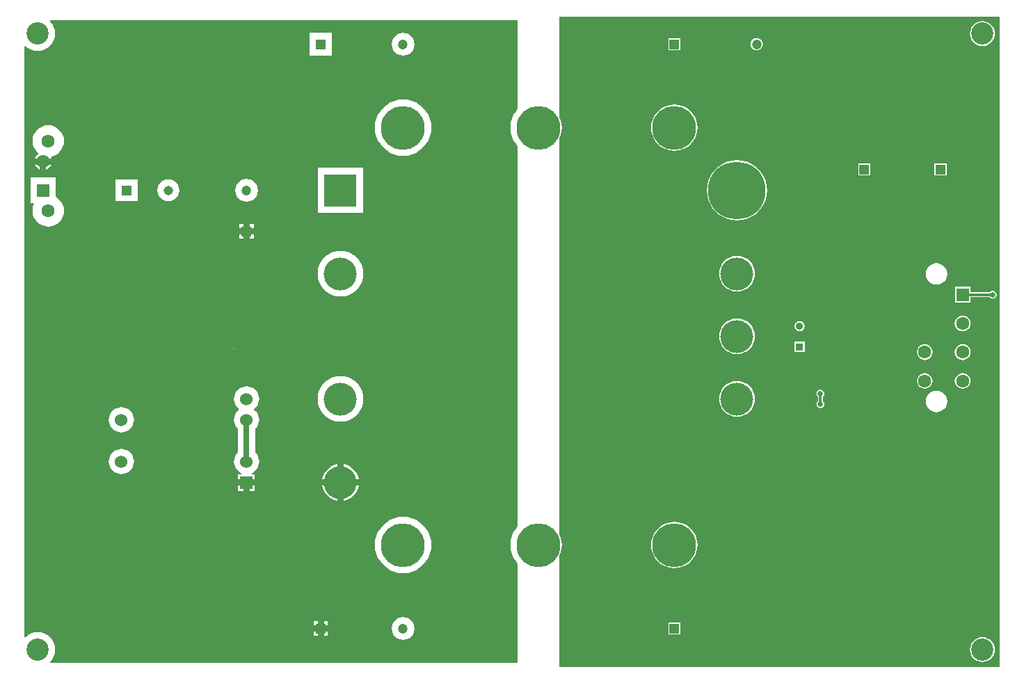
<source format=gbl>
G04 Layer_Physical_Order=2*
G04 Layer_Color=16711680*
%FSLAX25Y25*%
%MOIN*%
G70*
G01*
G75*
%ADD17C,0.01200*%
%ADD20C,0.06000*%
%ADD21R,0.04724X0.04724*%
%ADD22C,0.04724*%
%ADD23R,0.06000X0.06000*%
%ADD24C,0.04500*%
%ADD25R,0.04500X0.04500*%
%ADD26R,0.04724X0.04724*%
%ADD27R,0.03543X0.03543*%
%ADD28C,0.03543*%
%ADD29R,0.06299X0.06299*%
%ADD30C,0.06299*%
%ADD31C,0.10630*%
%ADD32C,0.21000*%
%ADD33C,0.27559*%
%ADD34C,0.15748*%
%ADD35R,0.15748X0.15748*%
%ADD36C,0.02500*%
%ADD37C,0.02362*%
%ADD38C,0.02500*%
G36*
X85000Y39078D02*
X84044Y37960D01*
X82934Y36148D01*
X82121Y34185D01*
X81625Y32118D01*
X81458Y30000D01*
X81625Y27882D01*
X82121Y25815D01*
X82934Y23852D01*
X84044Y22040D01*
X85000Y20922D01*
Y-160922D01*
X84044Y-162040D01*
X82934Y-163852D01*
X82121Y-165815D01*
X81625Y-167882D01*
X81458Y-170000D01*
X81625Y-172118D01*
X82121Y-174185D01*
X82934Y-176148D01*
X84044Y-177960D01*
X85000Y-179078D01*
Y-226470D01*
X-139026D01*
X-139171Y-225970D01*
X-138210Y-224799D01*
X-137438Y-223355D01*
X-136963Y-221788D01*
X-136802Y-220158D01*
X-136963Y-218528D01*
X-137438Y-216960D01*
X-138210Y-215516D01*
X-139250Y-214249D01*
X-140516Y-213210D01*
X-141960Y-212438D01*
X-143527Y-211963D01*
X-145158Y-211802D01*
X-146788Y-211963D01*
X-148355Y-212438D01*
X-149799Y-213210D01*
X-150970Y-214171D01*
X-151470Y-214026D01*
Y68987D01*
X-150970Y69132D01*
X-149799Y68171D01*
X-148355Y67399D01*
X-146788Y66923D01*
X-145158Y66763D01*
X-143527Y66923D01*
X-141960Y67399D01*
X-140516Y68171D01*
X-139250Y69210D01*
X-138210Y70476D01*
X-137438Y71921D01*
X-136963Y73488D01*
X-136802Y75118D01*
X-136963Y76748D01*
X-137438Y78316D01*
X-138210Y79760D01*
X-139203Y80970D01*
X-139112Y81411D01*
X-139091Y81470D01*
X85000D01*
Y39078D01*
D02*
G37*
G36*
X315810Y83329D02*
X315810Y-228369D01*
X105000Y-228369D01*
Y-174864D01*
X105589Y-173441D01*
X105997Y-171742D01*
X106134Y-170000D01*
X105997Y-168258D01*
X105589Y-166559D01*
X105000Y-165136D01*
Y25136D01*
X105589Y26559D01*
X105997Y28258D01*
X106134Y30000D01*
X105997Y31742D01*
X105589Y33441D01*
X105000Y34863D01*
Y83329D01*
X315810Y83329D01*
D02*
G37*
%LPC*%
G36*
X0Y-89092D02*
X-1706Y-89227D01*
X-3371Y-89626D01*
X-4952Y-90281D01*
X-6411Y-91176D01*
X-7713Y-92287D01*
X-8824Y-93589D01*
X-9719Y-95048D01*
X-10374Y-96629D01*
X-10773Y-98294D01*
X-10908Y-100000D01*
X-10773Y-101706D01*
X-10374Y-103371D01*
X-9719Y-104952D01*
X-8824Y-106411D01*
X-7713Y-107713D01*
X-6411Y-108825D01*
X-4952Y-109719D01*
X-3371Y-110374D01*
X-1706Y-110773D01*
X0Y-110908D01*
X1706Y-110773D01*
X3371Y-110374D01*
X4952Y-109719D01*
X6411Y-108825D01*
X7713Y-107713D01*
X8824Y-106411D01*
X9719Y-104952D01*
X10374Y-103371D01*
X10773Y-101706D01*
X10908Y-100000D01*
X10773Y-98294D01*
X10374Y-96629D01*
X9719Y-95048D01*
X8824Y-93589D01*
X7713Y-92287D01*
X6411Y-91176D01*
X4952Y-90281D01*
X3371Y-89626D01*
X1706Y-89227D01*
X0Y-89092D01*
D02*
G37*
G36*
X1500Y-131231D02*
Y-138500D01*
X8769D01*
X8746Y-138260D01*
X8238Y-136588D01*
X7414Y-135046D01*
X6305Y-133695D01*
X4954Y-132586D01*
X3412Y-131762D01*
X1740Y-131254D01*
X1500Y-131231D01*
D02*
G37*
G36*
X-105000Y-123971D02*
X-106176Y-124087D01*
X-107307Y-124430D01*
X-108350Y-124987D01*
X-109263Y-125737D01*
X-110013Y-126651D01*
X-110570Y-127693D01*
X-110913Y-128824D01*
X-111029Y-130000D01*
X-110913Y-131176D01*
X-110570Y-132307D01*
X-110013Y-133350D01*
X-109263Y-134263D01*
X-108350Y-135013D01*
X-107307Y-135570D01*
X-106176Y-135913D01*
X-105000Y-136029D01*
X-103824Y-135913D01*
X-102693Y-135570D01*
X-101651Y-135013D01*
X-100737Y-134263D01*
X-99987Y-133350D01*
X-99430Y-132307D01*
X-99087Y-131176D01*
X-98971Y-130000D01*
X-99087Y-128824D01*
X-99430Y-127693D01*
X-99987Y-126651D01*
X-100737Y-125737D01*
X-101651Y-124987D01*
X-102693Y-124430D01*
X-103824Y-124087D01*
X-105000Y-123971D01*
D02*
G37*
G36*
Y-103971D02*
X-106176Y-104087D01*
X-107307Y-104430D01*
X-108350Y-104987D01*
X-109263Y-105737D01*
X-110013Y-106650D01*
X-110570Y-107693D01*
X-110913Y-108824D01*
X-111029Y-110000D01*
X-110913Y-111176D01*
X-110570Y-112307D01*
X-110013Y-113349D01*
X-109263Y-114263D01*
X-108350Y-115013D01*
X-107307Y-115570D01*
X-106176Y-115913D01*
X-105000Y-116029D01*
X-103824Y-115913D01*
X-102693Y-115570D01*
X-101651Y-115013D01*
X-100737Y-114263D01*
X-99987Y-113349D01*
X-99430Y-112307D01*
X-99087Y-111176D01*
X-98971Y-110000D01*
X-99087Y-108824D01*
X-99430Y-107693D01*
X-99987Y-106650D01*
X-100737Y-105737D01*
X-101651Y-104987D01*
X-102693Y-104430D01*
X-103824Y-104087D01*
X-105000Y-103971D01*
D02*
G37*
G36*
X-54000Y-79000D02*
X-54204D01*
X-54122Y-79122D01*
X-54000Y-79204D01*
Y-79000D01*
D02*
G37*
G36*
X-50796D02*
X-51000D01*
Y-79204D01*
X-50878Y-79122D01*
X-50796Y-79000D01*
D02*
G37*
G36*
X-1500Y-131231D02*
X-1740Y-131254D01*
X-3412Y-131762D01*
X-4954Y-132586D01*
X-6305Y-133695D01*
X-7414Y-135046D01*
X-8238Y-136588D01*
X-8746Y-138260D01*
X-8769Y-138500D01*
X-1500D01*
Y-131231D01*
D02*
G37*
G36*
X-10870Y-206638D02*
X-12732D01*
Y-208500D01*
X-10870D01*
Y-206638D01*
D02*
G37*
G36*
X-6008D02*
X-7870D01*
Y-208500D01*
X-6008D01*
Y-206638D01*
D02*
G37*
G36*
Y-211500D02*
X-7870D01*
Y-213362D01*
X-6008D01*
Y-211500D01*
D02*
G37*
G36*
X30000Y-204591D02*
X28600Y-204776D01*
X27296Y-205316D01*
X26176Y-206176D01*
X25316Y-207296D01*
X24776Y-208600D01*
X24591Y-210000D01*
X24776Y-211400D01*
X25316Y-212704D01*
X26176Y-213824D01*
X27296Y-214684D01*
X28600Y-215224D01*
X30000Y-215408D01*
X31400Y-215224D01*
X32704Y-214684D01*
X33824Y-213824D01*
X34684Y-212704D01*
X35224Y-211400D01*
X35408Y-210000D01*
X35224Y-208600D01*
X34684Y-207296D01*
X33824Y-206176D01*
X32704Y-205316D01*
X31400Y-204776D01*
X30000Y-204591D01*
D02*
G37*
G36*
X-10870Y-211500D02*
X-12732D01*
Y-213362D01*
X-10870D01*
Y-211500D01*
D02*
G37*
G36*
X-46500Y-141500D02*
X-49000D01*
Y-144000D01*
X-46500D01*
Y-141500D01*
D02*
G37*
G36*
X-41000D02*
X-43500D01*
Y-144000D01*
X-41000D01*
Y-141500D01*
D02*
G37*
G36*
X-45000Y-93971D02*
X-46176Y-94087D01*
X-47307Y-94430D01*
X-48349Y-94987D01*
X-49263Y-95737D01*
X-50013Y-96650D01*
X-50570Y-97693D01*
X-50913Y-98824D01*
X-51029Y-100000D01*
X-50913Y-101176D01*
X-50570Y-102307D01*
X-50013Y-103349D01*
X-49263Y-104263D01*
X-48670Y-104750D01*
Y-105250D01*
X-49263Y-105737D01*
X-50013Y-106650D01*
X-50570Y-107693D01*
X-50913Y-108824D01*
X-51029Y-110000D01*
X-50913Y-111176D01*
X-50570Y-112307D01*
X-50013Y-113349D01*
X-49287Y-114234D01*
Y-125766D01*
X-50013Y-126651D01*
X-50570Y-127693D01*
X-50913Y-128824D01*
X-51029Y-130000D01*
X-50913Y-131176D01*
X-50570Y-132307D01*
X-50013Y-133350D01*
X-49263Y-134263D01*
X-48349Y-135013D01*
X-47438Y-135500D01*
X-47564Y-136000D01*
X-49000D01*
Y-138500D01*
X-45000D01*
X-41000D01*
Y-136000D01*
X-42436D01*
X-42562Y-135500D01*
X-41651Y-135013D01*
X-40737Y-134263D01*
X-39987Y-133350D01*
X-39430Y-132307D01*
X-39087Y-131176D01*
X-38971Y-130000D01*
X-39087Y-128824D01*
X-39430Y-127693D01*
X-39987Y-126651D01*
X-40713Y-125766D01*
Y-114234D01*
X-39987Y-113349D01*
X-39430Y-112307D01*
X-39087Y-111176D01*
X-38971Y-110000D01*
X-39087Y-108824D01*
X-39430Y-107693D01*
X-39987Y-106650D01*
X-40737Y-105737D01*
X-41330Y-105250D01*
Y-104750D01*
X-40737Y-104263D01*
X-39987Y-103349D01*
X-39430Y-102307D01*
X-39087Y-101176D01*
X-38971Y-100000D01*
X-39087Y-98824D01*
X-39430Y-97693D01*
X-39987Y-96650D01*
X-40737Y-95737D01*
X-41651Y-94987D01*
X-42693Y-94430D01*
X-43824Y-94087D01*
X-45000Y-93971D01*
D02*
G37*
G36*
X8769Y-141500D02*
X1500D01*
Y-148769D01*
X1740Y-148746D01*
X3412Y-148238D01*
X4954Y-147414D01*
X6305Y-146305D01*
X7414Y-144954D01*
X8238Y-143412D01*
X8746Y-141740D01*
X8769Y-141500D01*
D02*
G37*
G36*
X30000Y-156458D02*
X27882Y-156625D01*
X25815Y-157121D01*
X23852Y-157934D01*
X22040Y-159045D01*
X20425Y-160424D01*
X19045Y-162040D01*
X17934Y-163852D01*
X17121Y-165815D01*
X16625Y-167882D01*
X16458Y-170000D01*
X16625Y-172118D01*
X17121Y-174185D01*
X17934Y-176148D01*
X19045Y-177960D01*
X20425Y-179576D01*
X22040Y-180956D01*
X23852Y-182066D01*
X25815Y-182879D01*
X27882Y-183375D01*
X30000Y-183542D01*
X32118Y-183375D01*
X34185Y-182879D01*
X36148Y-182066D01*
X37960Y-180956D01*
X39575Y-179576D01*
X40955Y-177960D01*
X42066Y-176148D01*
X42879Y-174185D01*
X43375Y-172118D01*
X43542Y-170000D01*
X43375Y-167882D01*
X42879Y-165815D01*
X42066Y-163852D01*
X40955Y-162040D01*
X39575Y-160424D01*
X37960Y-159045D01*
X36148Y-157934D01*
X34185Y-157121D01*
X32118Y-156625D01*
X30000Y-156458D01*
D02*
G37*
G36*
X-1500Y-141500D02*
X-8769D01*
X-8746Y-141740D01*
X-8238Y-143412D01*
X-7414Y-144954D01*
X-6305Y-146305D01*
X-4954Y-147414D01*
X-3412Y-148238D01*
X-1740Y-148746D01*
X-1500Y-148769D01*
Y-141500D01*
D02*
G37*
G36*
X-138630Y12280D02*
X-141000D01*
Y9909D01*
X-140407Y10155D01*
X-139541Y10820D01*
X-138875Y11687D01*
X-138630Y12280D01*
D02*
G37*
G36*
X-144000D02*
X-146370D01*
X-146125Y11687D01*
X-145459Y10820D01*
X-144593Y10155D01*
X-144000Y9909D01*
Y12280D01*
D02*
G37*
G36*
X-45000Y5409D02*
X-46400Y5224D01*
X-47704Y4684D01*
X-48824Y3824D01*
X-49684Y2704D01*
X-50224Y1400D01*
X-50409Y0D01*
X-50224Y-1400D01*
X-49684Y-2704D01*
X-48824Y-3824D01*
X-47704Y-4684D01*
X-46400Y-5224D01*
X-45000Y-5409D01*
X-43600Y-5224D01*
X-42296Y-4684D01*
X-41176Y-3824D01*
X-40316Y-2704D01*
X-39776Y-1400D01*
X-39592Y0D01*
X-39776Y1400D01*
X-40316Y2704D01*
X-41176Y3824D01*
X-42296Y4684D01*
X-43600Y5224D01*
X-45000Y5409D01*
D02*
G37*
G36*
X-82500Y5295D02*
X-83871Y5115D01*
X-85148Y4586D01*
X-86244Y3744D01*
X-87086Y2648D01*
X-87615Y1371D01*
X-87795Y0D01*
X-87615Y-1371D01*
X-87086Y-2648D01*
X-86244Y-3744D01*
X-85148Y-4586D01*
X-83871Y-5115D01*
X-82500Y-5295D01*
X-81129Y-5115D01*
X-79852Y-4586D01*
X-78756Y-3744D01*
X-77914Y-2648D01*
X-77385Y-1371D01*
X-77205Y0D01*
X-77385Y1371D01*
X-77914Y2648D01*
X-78756Y3744D01*
X-79852Y4586D01*
X-81129Y5115D01*
X-82500Y5295D01*
D02*
G37*
G36*
X-97250Y5250D02*
X-107750D01*
Y-5250D01*
X-97250D01*
Y5250D01*
D02*
G37*
G36*
X-140020Y31186D02*
X-141495Y31041D01*
X-142914Y30610D01*
X-144222Y29911D01*
X-145368Y28971D01*
X-146309Y27824D01*
X-147008Y26517D01*
X-147438Y25098D01*
X-147584Y23622D01*
X-147438Y22146D01*
X-147008Y20727D01*
X-146309Y19420D01*
X-145368Y18273D01*
X-144818Y17822D01*
X-144853Y17204D01*
X-145459Y16739D01*
X-146125Y15872D01*
X-146370Y15280D01*
X-142500D01*
X-138630D01*
X-138794Y15676D01*
X-138560Y16187D01*
X-138508Y16214D01*
X-137125Y16634D01*
X-135817Y17333D01*
X-134671Y18273D01*
X-133730Y19420D01*
X-133031Y20727D01*
X-132601Y22146D01*
X-132456Y23622D01*
X-132601Y25098D01*
X-133031Y26517D01*
X-133730Y27824D01*
X-134671Y28971D01*
X-135817Y29911D01*
X-137125Y30610D01*
X-138544Y31041D01*
X-140020Y31186D01*
D02*
G37*
G36*
X-4008Y75362D02*
X-14732D01*
Y64638D01*
X-4008D01*
Y75362D01*
D02*
G37*
G36*
X30000Y43542D02*
X27882Y43375D01*
X25815Y42879D01*
X23852Y42066D01*
X22040Y40955D01*
X20425Y39575D01*
X19045Y37960D01*
X17934Y36148D01*
X17121Y34185D01*
X16625Y32118D01*
X16458Y30000D01*
X16625Y27882D01*
X17121Y25815D01*
X17934Y23852D01*
X19045Y22040D01*
X20425Y20425D01*
X22040Y19045D01*
X23852Y17934D01*
X25815Y17121D01*
X27882Y16625D01*
X30000Y16458D01*
X32118Y16625D01*
X34185Y17121D01*
X36148Y17934D01*
X37960Y19045D01*
X39575Y20425D01*
X40955Y22040D01*
X42066Y23852D01*
X42879Y25815D01*
X43375Y27882D01*
X43542Y30000D01*
X43375Y32118D01*
X42879Y34185D01*
X42066Y36148D01*
X40955Y37960D01*
X39575Y39575D01*
X37960Y40955D01*
X36148Y42066D01*
X34185Y42879D01*
X32118Y43375D01*
X30000Y43542D01*
D02*
G37*
G36*
Y75409D02*
X28600Y75224D01*
X27296Y74684D01*
X26176Y73824D01*
X25316Y72704D01*
X24776Y71400D01*
X24591Y70000D01*
X24776Y68600D01*
X25316Y67296D01*
X26176Y66176D01*
X27296Y65316D01*
X28600Y64776D01*
X30000Y64591D01*
X31400Y64776D01*
X32704Y65316D01*
X33824Y66176D01*
X34684Y67296D01*
X35224Y68600D01*
X35408Y70000D01*
X35224Y71400D01*
X34684Y72704D01*
X33824Y73824D01*
X32704Y74684D01*
X31400Y75224D01*
X30000Y75409D01*
D02*
G37*
G36*
X0Y-29092D02*
X-1706Y-29227D01*
X-3371Y-29626D01*
X-4952Y-30281D01*
X-6411Y-31176D01*
X-7713Y-32287D01*
X-8824Y-33589D01*
X-9719Y-35048D01*
X-10374Y-36629D01*
X-10773Y-38294D01*
X-10908Y-40000D01*
X-10773Y-41706D01*
X-10374Y-43371D01*
X-9719Y-44952D01*
X-8824Y-46411D01*
X-7713Y-47713D01*
X-6411Y-48825D01*
X-4952Y-49719D01*
X-3371Y-50374D01*
X-1706Y-50773D01*
X0Y-50908D01*
X1706Y-50773D01*
X3371Y-50374D01*
X4952Y-49719D01*
X6411Y-48825D01*
X7713Y-47713D01*
X8824Y-46411D01*
X9719Y-44952D01*
X10374Y-43371D01*
X10773Y-41706D01*
X10908Y-40000D01*
X10773Y-38294D01*
X10374Y-36629D01*
X9719Y-35048D01*
X8824Y-33589D01*
X7713Y-32287D01*
X6411Y-31176D01*
X4952Y-30281D01*
X3371Y-29626D01*
X1706Y-29227D01*
X0Y-29092D01*
D02*
G37*
G36*
X-54000Y-75796D02*
X-54122Y-75878D01*
X-54204Y-76000D01*
X-54000D01*
Y-75796D01*
D02*
G37*
G36*
X-51000D02*
Y-76000D01*
X-50796D01*
X-50878Y-75878D01*
X-51000Y-75796D01*
D02*
G37*
G36*
X-136350Y6150D02*
X-148650D01*
Y-6150D01*
X-147067D01*
X-146810Y-6578D01*
X-147008Y-6948D01*
X-147438Y-8367D01*
X-147584Y-9843D01*
X-147438Y-11318D01*
X-147008Y-12737D01*
X-146309Y-14045D01*
X-145368Y-15191D01*
X-144222Y-16132D01*
X-142914Y-16831D01*
X-141495Y-17261D01*
X-140020Y-17406D01*
X-138544Y-17261D01*
X-137125Y-16831D01*
X-135817Y-16132D01*
X-134671Y-15191D01*
X-133730Y-14045D01*
X-133031Y-12737D01*
X-132601Y-11318D01*
X-132456Y-9843D01*
X-132601Y-8367D01*
X-133031Y-6948D01*
X-133730Y-5640D01*
X-134671Y-4494D01*
X-135817Y-3553D01*
X-136350Y-3268D01*
Y6150D01*
D02*
G37*
G36*
X10874Y10874D02*
X-10874D01*
Y-10874D01*
X10874D01*
Y10874D01*
D02*
G37*
G36*
X-41638Y-16323D02*
X-43500D01*
Y-18185D01*
X-41638D01*
Y-16323D01*
D02*
G37*
G36*
X-46500Y-21185D02*
X-48362D01*
Y-23047D01*
X-46500D01*
Y-21185D01*
D02*
G37*
G36*
X-41638D02*
X-43500D01*
Y-23047D01*
X-41638D01*
Y-21185D01*
D02*
G37*
G36*
X-46500Y-16323D02*
X-48362D01*
Y-18185D01*
X-46500D01*
Y-16323D01*
D02*
G37*
G36*
X190000Y-91485D02*
X188339Y-91649D01*
X186741Y-92133D01*
X185269Y-92920D01*
X183979Y-93979D01*
X182920Y-95269D01*
X182133Y-96741D01*
X181649Y-98339D01*
X181485Y-100000D01*
X181649Y-101661D01*
X182133Y-103259D01*
X182920Y-104731D01*
X183979Y-106021D01*
X185269Y-107080D01*
X186741Y-107867D01*
X188339Y-108351D01*
X190000Y-108515D01*
X191661Y-108351D01*
X193259Y-107867D01*
X194731Y-107080D01*
X196021Y-106021D01*
X197080Y-104731D01*
X197867Y-103259D01*
X198351Y-101661D01*
X198515Y-100000D01*
X198351Y-98339D01*
X197867Y-96741D01*
X197080Y-95269D01*
X196021Y-93979D01*
X194731Y-92920D01*
X193259Y-92133D01*
X191661Y-91649D01*
X190000Y-91485D01*
D02*
G37*
G36*
X230000Y-95614D02*
X229278Y-95757D01*
X228666Y-96166D01*
X228257Y-96778D01*
X228114Y-97500D01*
X228257Y-98222D01*
X228666Y-98834D01*
X228777Y-98907D01*
Y-101093D01*
X228666Y-101166D01*
X228257Y-101778D01*
X228114Y-102500D01*
X228257Y-103222D01*
X228666Y-103834D01*
X229278Y-104243D01*
X230000Y-104386D01*
X230722Y-104243D01*
X231334Y-103834D01*
X231743Y-103222D01*
X231886Y-102500D01*
X231743Y-101778D01*
X231334Y-101166D01*
X231224Y-101093D01*
Y-98907D01*
X231334Y-98834D01*
X231743Y-98222D01*
X231886Y-97500D01*
X231743Y-96778D01*
X231334Y-96166D01*
X230722Y-95757D01*
X230000Y-95614D01*
D02*
G37*
G36*
X285591Y-96009D02*
X284252Y-96185D01*
X283005Y-96702D01*
X281933Y-97524D01*
X281112Y-98595D01*
X280595Y-99843D01*
X280419Y-101181D01*
X280595Y-102520D01*
X281112Y-103767D01*
X281933Y-104838D01*
X283005Y-105660D01*
X284252Y-106177D01*
X285591Y-106353D01*
X286929Y-106177D01*
X288176Y-105660D01*
X289248Y-104838D01*
X290070Y-103767D01*
X290586Y-102520D01*
X290762Y-101181D01*
X290586Y-99843D01*
X290070Y-98595D01*
X289248Y-97524D01*
X288176Y-96702D01*
X286929Y-96185D01*
X285591Y-96009D01*
D02*
G37*
G36*
X190000Y-61485D02*
X188339Y-61649D01*
X186741Y-62133D01*
X185269Y-62920D01*
X183979Y-63979D01*
X182920Y-65269D01*
X182133Y-66741D01*
X181649Y-68339D01*
X181485Y-70000D01*
X181649Y-71661D01*
X182133Y-73259D01*
X182920Y-74731D01*
X183979Y-76021D01*
X185269Y-77080D01*
X186741Y-77867D01*
X188339Y-78351D01*
X190000Y-78515D01*
X191661Y-78351D01*
X193259Y-77867D01*
X194731Y-77080D01*
X196021Y-76021D01*
X197080Y-74731D01*
X197867Y-73259D01*
X198351Y-71661D01*
X198515Y-70000D01*
X198351Y-68339D01*
X197867Y-66741D01*
X197080Y-65269D01*
X196021Y-63979D01*
X194731Y-62920D01*
X193259Y-62133D01*
X191661Y-61649D01*
X190000Y-61485D01*
D02*
G37*
G36*
X298110Y-73777D02*
X297131Y-73906D01*
X296219Y-74284D01*
X295436Y-74885D01*
X294835Y-75668D01*
X294457Y-76580D01*
X294328Y-77559D01*
X294457Y-78538D01*
X294835Y-79450D01*
X295436Y-80233D01*
X296219Y-80834D01*
X297131Y-81212D01*
X298110Y-81341D01*
X299089Y-81212D01*
X300001Y-80834D01*
X300784Y-80233D01*
X301385Y-79450D01*
X301763Y-78538D01*
X301892Y-77559D01*
X301763Y-76580D01*
X301385Y-75668D01*
X300784Y-74885D01*
X300001Y-74284D01*
X299089Y-73906D01*
X298110Y-73777D01*
D02*
G37*
G36*
X280000Y-87557D02*
X279021Y-87686D01*
X278109Y-88063D01*
X277326Y-88664D01*
X276725Y-89448D01*
X276347Y-90360D01*
X276218Y-91339D01*
X276347Y-92317D01*
X276725Y-93230D01*
X277326Y-94013D01*
X278109Y-94614D01*
X279021Y-94992D01*
X280000Y-95121D01*
X280979Y-94992D01*
X281891Y-94614D01*
X282674Y-94013D01*
X283275Y-93230D01*
X283653Y-92317D01*
X283782Y-91339D01*
X283653Y-90360D01*
X283275Y-89448D01*
X282674Y-88664D01*
X281891Y-88063D01*
X280979Y-87686D01*
X280000Y-87557D01*
D02*
G37*
G36*
X298110D02*
X297131Y-87686D01*
X296219Y-88063D01*
X295436Y-88664D01*
X294835Y-89448D01*
X294457Y-90360D01*
X294328Y-91339D01*
X294457Y-92317D01*
X294835Y-93230D01*
X295436Y-94013D01*
X296219Y-94614D01*
X297131Y-94992D01*
X298110Y-95121D01*
X299089Y-94992D01*
X300001Y-94614D01*
X300784Y-94013D01*
X301385Y-93230D01*
X301763Y-92317D01*
X301892Y-91339D01*
X301763Y-90360D01*
X301385Y-89448D01*
X300784Y-88664D01*
X300001Y-88063D01*
X299089Y-87686D01*
X298110Y-87557D01*
D02*
G37*
G36*
X280000Y-73777D02*
X279021Y-73906D01*
X278109Y-74284D01*
X277326Y-74885D01*
X276725Y-75668D01*
X276347Y-76580D01*
X276218Y-77559D01*
X276347Y-78538D01*
X276725Y-79450D01*
X277326Y-80233D01*
X278109Y-80834D01*
X279021Y-81212D01*
X280000Y-81341D01*
X280979Y-81212D01*
X281891Y-80834D01*
X282674Y-80233D01*
X283275Y-79450D01*
X283653Y-78538D01*
X283782Y-77559D01*
X283653Y-76580D01*
X283275Y-75668D01*
X282674Y-74885D01*
X281891Y-74284D01*
X280979Y-73906D01*
X280000Y-73777D01*
D02*
G37*
G36*
X162962Y-207038D02*
X157038D01*
Y-212962D01*
X162962D01*
Y-207038D01*
D02*
G37*
G36*
X307598Y-214214D02*
X306439Y-214328D01*
X305324Y-214666D01*
X304296Y-215216D01*
X303396Y-215955D01*
X302657Y-216855D01*
X302107Y-217883D01*
X301769Y-218998D01*
X301655Y-220158D01*
X301769Y-221317D01*
X302107Y-222432D01*
X302657Y-223460D01*
X303396Y-224360D01*
X304296Y-225099D01*
X305324Y-225649D01*
X306439Y-225987D01*
X307598Y-226101D01*
X308758Y-225987D01*
X309873Y-225649D01*
X310900Y-225099D01*
X311801Y-224360D01*
X312540Y-223460D01*
X313090Y-222432D01*
X313428Y-221317D01*
X313542Y-220158D01*
X313428Y-218998D01*
X313090Y-217883D01*
X312540Y-216855D01*
X311801Y-215955D01*
X310900Y-215216D01*
X309873Y-214666D01*
X308758Y-214328D01*
X307598Y-214214D01*
D02*
G37*
G36*
X160000Y-158866D02*
X158258Y-159003D01*
X156559Y-159411D01*
X154945Y-160079D01*
X153455Y-160992D01*
X152127Y-162127D01*
X150992Y-163455D01*
X150079Y-164945D01*
X149411Y-166559D01*
X149003Y-168258D01*
X148866Y-170000D01*
X149003Y-171742D01*
X149411Y-173441D01*
X150079Y-175055D01*
X150992Y-176545D01*
X152127Y-177873D01*
X153455Y-179008D01*
X154945Y-179921D01*
X156559Y-180589D01*
X158258Y-180997D01*
X160000Y-181134D01*
X161742Y-180997D01*
X163441Y-180589D01*
X165055Y-179921D01*
X166545Y-179008D01*
X167873Y-177873D01*
X169008Y-176545D01*
X169921Y-175055D01*
X170589Y-173441D01*
X170997Y-171742D01*
X171134Y-170000D01*
X170997Y-168258D01*
X170589Y-166559D01*
X169921Y-164945D01*
X169008Y-163455D01*
X167873Y-162127D01*
X166545Y-160992D01*
X165055Y-160079D01*
X163441Y-159411D01*
X161742Y-159003D01*
X160000Y-158866D01*
D02*
G37*
G36*
X222372Y-72628D02*
X217628D01*
Y-77372D01*
X222372D01*
Y-72628D01*
D02*
G37*
G36*
X290462Y12962D02*
X284538D01*
Y7038D01*
X290462D01*
Y12962D01*
D02*
G37*
G36*
X253962Y12962D02*
X248038D01*
Y7038D01*
X253962D01*
Y12962D01*
D02*
G37*
G36*
X199370Y72988D02*
X198597Y72886D01*
X197876Y72588D01*
X197257Y72113D01*
X196783Y71494D01*
X196484Y70773D01*
X196382Y70000D01*
X196484Y69227D01*
X196783Y68506D01*
X197257Y67887D01*
X197876Y67413D01*
X198597Y67114D01*
X199370Y67012D01*
X200143Y67114D01*
X200864Y67413D01*
X201483Y67887D01*
X201958Y68506D01*
X202256Y69227D01*
X202358Y70000D01*
X202256Y70773D01*
X201958Y71494D01*
X201483Y72113D01*
X200864Y72588D01*
X200143Y72886D01*
X199370Y72988D01*
D02*
G37*
G36*
X162962Y72962D02*
X157038D01*
Y67038D01*
X162962D01*
Y72962D01*
D02*
G37*
G36*
X307598Y81062D02*
X306439Y80948D01*
X305324Y80609D01*
X304296Y80060D01*
X303396Y79321D01*
X302657Y78420D01*
X302107Y77393D01*
X301769Y76278D01*
X301655Y75118D01*
X301769Y73959D01*
X302107Y72844D01*
X302657Y71816D01*
X303396Y70915D01*
X304296Y70176D01*
X305324Y69627D01*
X306439Y69289D01*
X307598Y69174D01*
X308758Y69289D01*
X309873Y69627D01*
X310900Y70176D01*
X311801Y70915D01*
X312540Y71816D01*
X313090Y72844D01*
X313428Y73959D01*
X313542Y75118D01*
X313428Y76278D01*
X313090Y77393D01*
X312540Y78420D01*
X311801Y79321D01*
X310900Y80060D01*
X309873Y80609D01*
X308758Y80948D01*
X307598Y81062D01*
D02*
G37*
G36*
X160000Y41134D02*
X158258Y40997D01*
X156559Y40589D01*
X154945Y39921D01*
X153455Y39008D01*
X152127Y37873D01*
X150992Y36545D01*
X150079Y35055D01*
X149411Y33441D01*
X149003Y31742D01*
X148866Y30000D01*
X149003Y28258D01*
X149411Y26559D01*
X150079Y24945D01*
X150992Y23455D01*
X152127Y22127D01*
X153455Y20992D01*
X154945Y20079D01*
X156559Y19411D01*
X158258Y19003D01*
X160000Y18866D01*
X161742Y19003D01*
X163441Y19411D01*
X165055Y20079D01*
X166545Y20992D01*
X167873Y22127D01*
X169008Y23455D01*
X169921Y24945D01*
X170589Y26559D01*
X170997Y28258D01*
X171134Y30000D01*
X170997Y31742D01*
X170589Y33441D01*
X169921Y35055D01*
X169008Y36545D01*
X167873Y37873D01*
X166545Y39008D01*
X165055Y39921D01*
X163441Y40589D01*
X161742Y40997D01*
X160000Y41134D01*
D02*
G37*
G36*
X301860Y-46250D02*
X294361D01*
Y-53750D01*
X301860D01*
Y-51223D01*
X311093D01*
X311166Y-51334D01*
X311778Y-51743D01*
X312500Y-51886D01*
X313222Y-51743D01*
X313834Y-51334D01*
X314243Y-50722D01*
X314386Y-50000D01*
X314243Y-49278D01*
X313834Y-48666D01*
X313222Y-48257D01*
X312500Y-48114D01*
X311778Y-48257D01*
X311166Y-48666D01*
X311093Y-48777D01*
X301860D01*
Y-46250D01*
D02*
G37*
G36*
X190000Y-31485D02*
X188339Y-31649D01*
X186741Y-32133D01*
X185269Y-32920D01*
X183979Y-33979D01*
X182920Y-35269D01*
X182133Y-36741D01*
X181649Y-38339D01*
X181485Y-40000D01*
X181649Y-41661D01*
X182133Y-43259D01*
X182920Y-44731D01*
X183979Y-46021D01*
X185269Y-47080D01*
X186741Y-47867D01*
X188339Y-48351D01*
X190000Y-48515D01*
X191661Y-48351D01*
X193259Y-47867D01*
X194731Y-47080D01*
X196021Y-46021D01*
X197080Y-44731D01*
X197867Y-43259D01*
X198351Y-41661D01*
X198515Y-40000D01*
X198351Y-38339D01*
X197867Y-36741D01*
X197080Y-35269D01*
X196021Y-33979D01*
X194731Y-32920D01*
X193259Y-32133D01*
X191661Y-31649D01*
X190000Y-31485D01*
D02*
G37*
G36*
X298110Y-59998D02*
X297131Y-60126D01*
X296219Y-60504D01*
X295436Y-61105D01*
X294835Y-61888D01*
X294457Y-62801D01*
X294328Y-63779D01*
X294457Y-64758D01*
X294835Y-65671D01*
X295436Y-66454D01*
X296219Y-67055D01*
X297131Y-67433D01*
X298110Y-67562D01*
X299089Y-67433D01*
X300001Y-67055D01*
X300784Y-66454D01*
X301385Y-65671D01*
X301763Y-64758D01*
X301892Y-63779D01*
X301763Y-62801D01*
X301385Y-61888D01*
X300784Y-61105D01*
X300001Y-60504D01*
X299089Y-60126D01*
X298110Y-59998D01*
D02*
G37*
G36*
X220000Y-62739D02*
X219075Y-62923D01*
X218290Y-63448D01*
X217766Y-64232D01*
X217582Y-65158D01*
X217766Y-66083D01*
X218290Y-66867D01*
X219075Y-67392D01*
X220000Y-67576D01*
X220925Y-67392D01*
X221710Y-66867D01*
X222234Y-66083D01*
X222418Y-65158D01*
X222234Y-64232D01*
X221710Y-63448D01*
X220925Y-62923D01*
X220000Y-62739D01*
D02*
G37*
G36*
X285591Y-34986D02*
X284252Y-35162D01*
X283005Y-35679D01*
X281933Y-36500D01*
X281112Y-37572D01*
X280595Y-38819D01*
X280419Y-40157D01*
X280595Y-41496D01*
X281112Y-42743D01*
X281933Y-43815D01*
X283005Y-44636D01*
X284252Y-45153D01*
X285591Y-45329D01*
X286929Y-45153D01*
X288176Y-44636D01*
X289248Y-43815D01*
X290070Y-42743D01*
X290586Y-41496D01*
X290762Y-40157D01*
X290586Y-38819D01*
X290070Y-37572D01*
X289248Y-36500D01*
X288176Y-35679D01*
X286929Y-35162D01*
X285591Y-34986D01*
D02*
G37*
G36*
X190000Y14424D02*
X187744Y14246D01*
X185543Y13718D01*
X183452Y12852D01*
X181522Y11669D01*
X179801Y10199D01*
X178331Y8478D01*
X177148Y6548D01*
X176282Y4457D01*
X175754Y2256D01*
X175576Y0D01*
X175754Y-2256D01*
X176282Y-4457D01*
X177148Y-6548D01*
X178331Y-8478D01*
X179801Y-10199D01*
X181522Y-11669D01*
X183452Y-12852D01*
X185543Y-13718D01*
X187744Y-14246D01*
X190000Y-14424D01*
X192256Y-14246D01*
X194457Y-13718D01*
X196548Y-12852D01*
X198478Y-11669D01*
X200199Y-10199D01*
X201669Y-8478D01*
X202852Y-6548D01*
X203718Y-4457D01*
X204246Y-2256D01*
X204424Y0D01*
X204246Y2256D01*
X203718Y4457D01*
X202852Y6548D01*
X201669Y8478D01*
X200199Y10199D01*
X198478Y11669D01*
X196548Y12852D01*
X194457Y13718D01*
X192256Y14246D01*
X190000Y14424D01*
D02*
G37*
%LPD*%
D17*
X230000Y-102500D02*
Y-97500D01*
X298110Y-50000D02*
X312500D01*
D20*
X-105000Y-130000D02*
D03*
Y-110000D02*
D03*
X-45000Y-100000D02*
D03*
Y-110000D02*
D03*
Y-130000D02*
D03*
D21*
Y-19685D02*
D03*
X251000Y10000D02*
D03*
X287500Y10000D02*
D03*
D22*
X-45000Y0D02*
D03*
X30000Y70000D02*
D03*
X199370D02*
D03*
X251000Y23779D02*
D03*
X287500Y23779D02*
D03*
X30000Y-210000D02*
D03*
X199370D02*
D03*
D23*
X-45000Y-140000D02*
D03*
D24*
X-82500Y0D02*
D03*
D25*
X-102500D02*
D03*
D26*
X-9370Y70000D02*
D03*
X160000D02*
D03*
X-9370Y-210000D02*
D03*
X160000D02*
D03*
D27*
X220000Y-75000D02*
D03*
D28*
Y-65158D02*
D03*
D29*
X-142500Y0D02*
D03*
X298110Y-50000D02*
D03*
D30*
X-142500Y13780D02*
D03*
X-140020Y-9843D02*
D03*
Y23622D02*
D03*
X280000Y-50000D02*
D03*
Y-63779D02*
D03*
Y-77559D02*
D03*
X298110D02*
D03*
Y-63779D02*
D03*
Y-91339D02*
D03*
X280000D02*
D03*
D31*
X-145158Y-220158D02*
D03*
Y75118D02*
D03*
X307598D02*
D03*
Y-220158D02*
D03*
D32*
X95000Y-170000D02*
D03*
Y30000D02*
D03*
X30000Y-170000D02*
D03*
X160000D02*
D03*
Y30000D02*
D03*
X30000D02*
D03*
D33*
X190000Y0D02*
D03*
Y-140000D02*
D03*
D34*
Y-40000D02*
D03*
Y-70000D02*
D03*
Y-100000D02*
D03*
X0Y-140000D02*
D03*
Y-100000D02*
D03*
Y-40000D02*
D03*
D35*
Y0D02*
D03*
D36*
X-52500Y-77500D02*
D03*
X230000Y-102500D02*
D03*
Y-97500D02*
D03*
X312500Y-50000D02*
D03*
X231000Y-24000D02*
D03*
D37*
X235453Y-93681D02*
D03*
D38*
X-45000Y-130000D02*
Y-110000D01*
M02*

</source>
